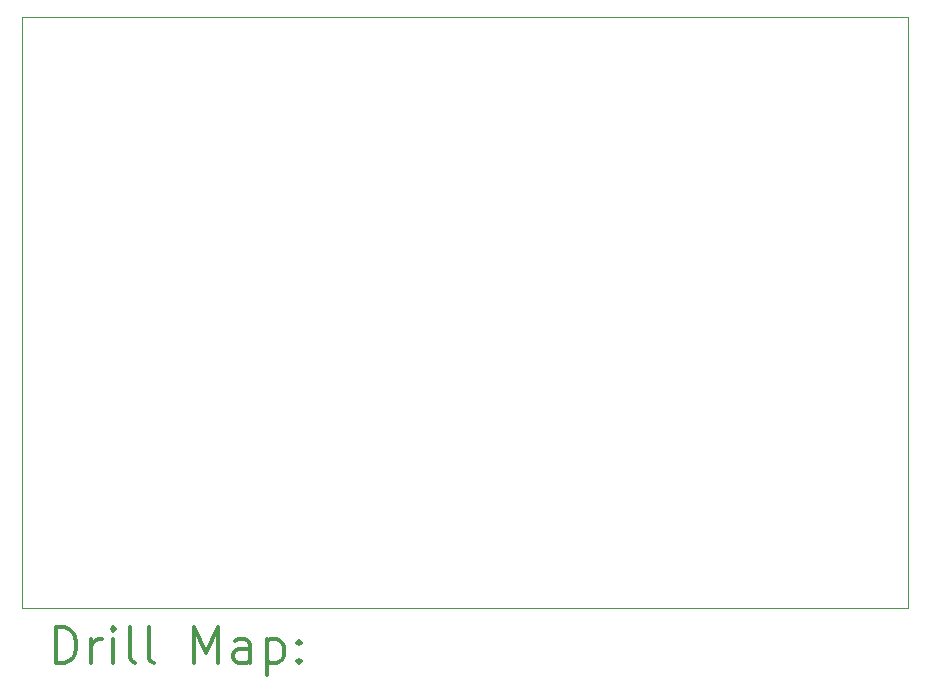
<source format=gbr>
%FSLAX45Y45*%
G04 Gerber Fmt 4.5, Leading zero omitted, Abs format (unit mm)*
G04 Created by KiCad (PCBNEW (5.1.9)-1) date 2021-12-15 22:24:52*
%MOMM*%
%LPD*%
G01*
G04 APERTURE LIST*
%TA.AperFunction,Profile*%
%ADD10C,0.050000*%
%TD*%
%ADD11C,0.200000*%
%ADD12C,0.300000*%
G04 APERTURE END LIST*
D10*
X14000000Y-10100000D02*
X14000000Y-5100000D01*
X21500000Y-10100000D02*
X14000000Y-10100000D01*
X21500000Y-5100000D02*
X21500000Y-10100000D01*
X14000000Y-5100000D02*
X21500000Y-5100000D01*
D11*
D12*
X14283928Y-10568214D02*
X14283928Y-10268214D01*
X14355357Y-10268214D01*
X14398214Y-10282500D01*
X14426786Y-10311072D01*
X14441071Y-10339643D01*
X14455357Y-10396786D01*
X14455357Y-10439643D01*
X14441071Y-10496786D01*
X14426786Y-10525357D01*
X14398214Y-10553929D01*
X14355357Y-10568214D01*
X14283928Y-10568214D01*
X14583928Y-10568214D02*
X14583928Y-10368214D01*
X14583928Y-10425357D02*
X14598214Y-10396786D01*
X14612500Y-10382500D01*
X14641071Y-10368214D01*
X14669643Y-10368214D01*
X14769643Y-10568214D02*
X14769643Y-10368214D01*
X14769643Y-10268214D02*
X14755357Y-10282500D01*
X14769643Y-10296786D01*
X14783928Y-10282500D01*
X14769643Y-10268214D01*
X14769643Y-10296786D01*
X14955357Y-10568214D02*
X14926786Y-10553929D01*
X14912500Y-10525357D01*
X14912500Y-10268214D01*
X15112500Y-10568214D02*
X15083928Y-10553929D01*
X15069643Y-10525357D01*
X15069643Y-10268214D01*
X15455357Y-10568214D02*
X15455357Y-10268214D01*
X15555357Y-10482500D01*
X15655357Y-10268214D01*
X15655357Y-10568214D01*
X15926786Y-10568214D02*
X15926786Y-10411072D01*
X15912500Y-10382500D01*
X15883928Y-10368214D01*
X15826786Y-10368214D01*
X15798214Y-10382500D01*
X15926786Y-10553929D02*
X15898214Y-10568214D01*
X15826786Y-10568214D01*
X15798214Y-10553929D01*
X15783928Y-10525357D01*
X15783928Y-10496786D01*
X15798214Y-10468214D01*
X15826786Y-10453929D01*
X15898214Y-10453929D01*
X15926786Y-10439643D01*
X16069643Y-10368214D02*
X16069643Y-10668214D01*
X16069643Y-10382500D02*
X16098214Y-10368214D01*
X16155357Y-10368214D01*
X16183928Y-10382500D01*
X16198214Y-10396786D01*
X16212500Y-10425357D01*
X16212500Y-10511072D01*
X16198214Y-10539643D01*
X16183928Y-10553929D01*
X16155357Y-10568214D01*
X16098214Y-10568214D01*
X16069643Y-10553929D01*
X16341071Y-10539643D02*
X16355357Y-10553929D01*
X16341071Y-10568214D01*
X16326786Y-10553929D01*
X16341071Y-10539643D01*
X16341071Y-10568214D01*
X16341071Y-10382500D02*
X16355357Y-10396786D01*
X16341071Y-10411072D01*
X16326786Y-10396786D01*
X16341071Y-10382500D01*
X16341071Y-10411072D01*
M02*

</source>
